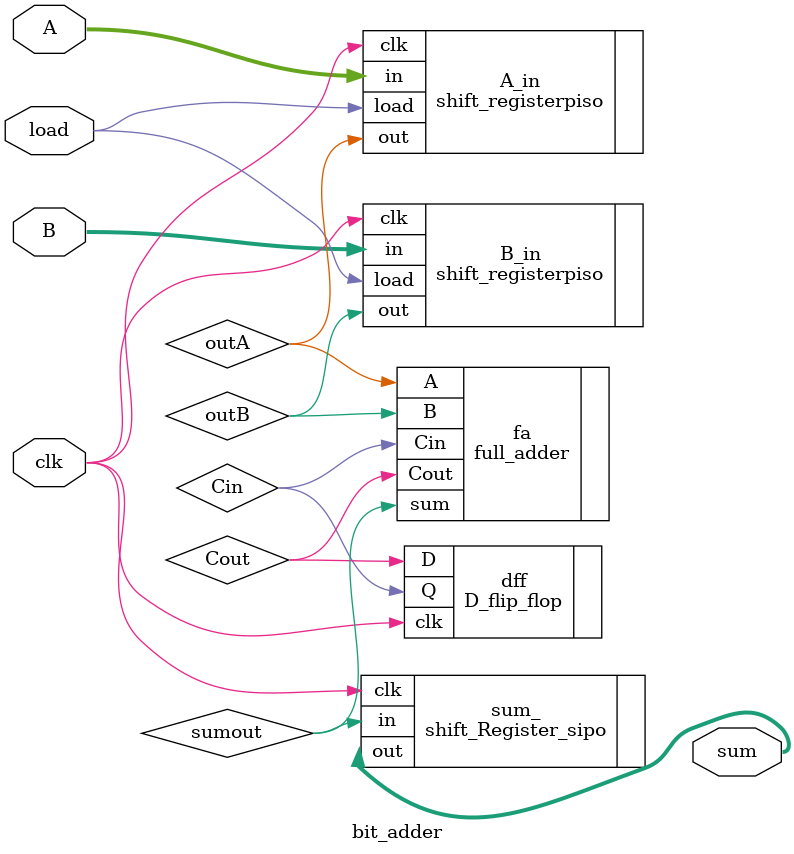
<source format=v>
`timescale 1ns / 1ps
module bit_adder( A , B , sum , clk , load );
	input clk , load  ;
	input [7:0] A , B;
	output [7:0] sum ;
	wire outA , outB , sumout ,Cout ;
	wire Cin ;
	
	
	
	// 1 bit Full adder , take input from above shift registers (outA , outB) , initial cin =0
	full_adder 				 fa( .sum(sumout) , .Cout(Cout) , .A(outA) , .B(outB) , .Cin(Cin));

	// d flip flop , , input from fa as cout  , output as Cin , which is again input to fa as Cin 
	D_flip_flop 			 dff( .D(Cout) , .clk(clk) , .Q(Cin) );
	
	//output register of bit adder , serial input as sumout of fa , and shift it to sum reg
	shift_Register_sipo   sum_( .in(sumout) , .clk(clk) , .out(sum) );
	
	//load the shift register with inpt A 
	shift_registerpiso 	 A_in (.in(A) , .load(load) , .clk(clk) , .out(outA));
	
	// load shift register with input B
	shift_registerpiso	 B_in (.in(B) , .load(load) , .clk(clk) , .out(outB));
endmodule

</source>
